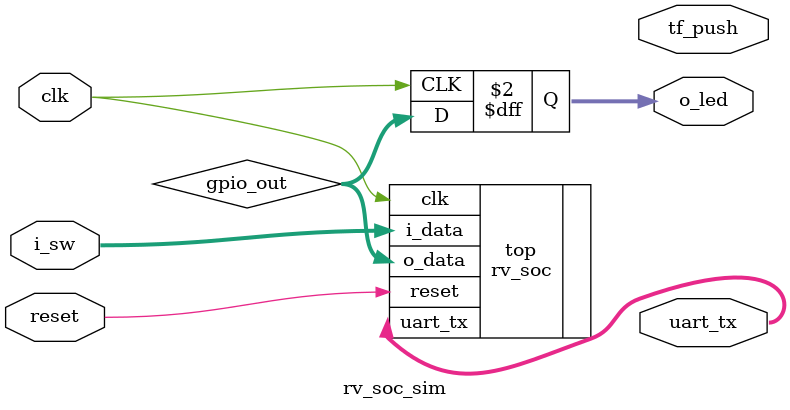
<source format=v>
module rv_soc_sim(
    input wire clk,
    input wire reset,
    input wire [15:0] i_sw,
    output wire [15:0] o_led,
    output wire tf_push,
    output wire [7:0] uart_tx
    );

    wire [15:0]  gpio_out;
    always @(posedge clk) begin
       o_led[15:0] <= gpio_out[15:0];
    end

    rv_soc top(
        .clk (clk),
        .reset (reset),
        .i_data (i_sw),
        .o_data (gpio_out),
        .uart_tx (uart_tx)
    );
endmodule

</source>
